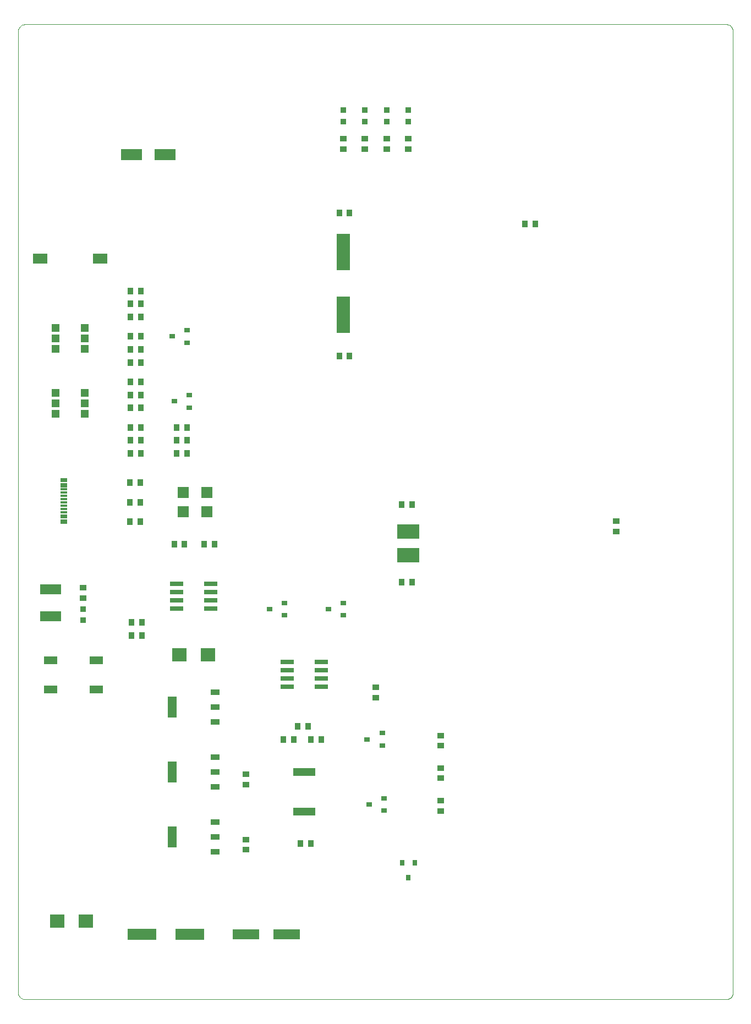
<source format=gbr>
G04 PROTEUS GERBER X2 FILE*
%TF.GenerationSoftware,Labcenter,Proteus,8.15-SP0-Build33980*%
%TF.CreationDate,2023-03-15T16:04:22+00:00*%
%TF.FileFunction,Paste,Top*%
%TF.FilePolarity,Positive*%
%TF.Part,Single*%
%TF.SameCoordinates,{4545a914-5e6f-4f91-a9de-dead5439e7db}*%
%FSLAX45Y45*%
%MOMM*%
G01*
%TA.AperFunction,Material*%
%ADD98R,1.140000X0.300000*%
%TA.AperFunction,Material*%
%ADD99R,1.300000X1.300000*%
%TA.AperFunction,Material*%
%ADD100R,2.000000X1.300000*%
%TA.AperFunction,Material*%
%ADD101R,0.889000X0.889000*%
%ADD102R,3.200000X1.500000*%
%ADD103R,2.032000X5.588000*%
%AMPPAD094*
4,1,36,
0.653610,0.409310,
0.649600,0.422550,
0.643230,0.434450,
0.634760,0.444760,
0.624450,0.453230,
0.612550,0.459600,
0.599310,0.463610,
0.585000,0.465000,
-0.585000,0.465000,
-0.599310,0.463610,
-0.612550,0.459600,
-0.624450,0.453230,
-0.634760,0.444760,
-0.643230,0.434450,
-0.649600,0.422550,
-0.653610,0.409310,
-0.655000,0.395000,
-0.655000,-0.395000,
-0.653610,-0.409310,
-0.649600,-0.422550,
-0.643230,-0.434450,
-0.634760,-0.444760,
-0.624450,-0.453230,
-0.612550,-0.459600,
-0.599310,-0.463610,
-0.585000,-0.465000,
0.585000,-0.465000,
0.599310,-0.463610,
0.612550,-0.459600,
0.624450,-0.453230,
0.634760,-0.444760,
0.643230,-0.434450,
0.649600,-0.422550,
0.653610,-0.409310,
0.655000,-0.395000,
0.655000,0.395000,
0.653610,0.409310,
0*%
%TA.AperFunction,Material*%
%ADD104PPAD094*%
%AMPPAD095*
4,1,36,
0.653010,1.540450,
0.647290,1.559360,
0.638190,1.576360,
0.626090,1.591090,
0.611360,1.603190,
0.594360,1.612280,
0.575450,1.618010,
0.555000,1.620000,
-0.555000,1.620000,
-0.575450,1.618010,
-0.594360,1.612280,
-0.611360,1.603190,
-0.626090,1.591090,
-0.638190,1.576360,
-0.647290,1.559360,
-0.653010,1.540450,
-0.655000,1.520000,
-0.655000,-1.520000,
-0.653010,-1.540450,
-0.647290,-1.559360,
-0.638190,-1.576360,
-0.626090,-1.591090,
-0.611360,-1.603190,
-0.594360,-1.612280,
-0.575450,-1.618010,
-0.555000,-1.620000,
0.555000,-1.620000,
0.575450,-1.618010,
0.594360,-1.612280,
0.611360,-1.603190,
0.626090,-1.591090,
0.638190,-1.576360,
0.647290,-1.559360,
0.653010,-1.540450,
0.655000,-1.520000,
0.655000,1.520000,
0.653010,1.540450,
0*%
%ADD105PPAD095*%
%TA.AperFunction,Material*%
%ADD106R,2.180000X1.600000*%
%TA.AperFunction,Material*%
%ADD107R,2.032000X0.635000*%
%TA.AperFunction,Material*%
%ADD108R,2.300000X2.150000*%
%ADD109R,3.400000X2.250000*%
%ADD110R,3.403600X1.244600*%
%ADD111R,0.939800X0.990600*%
%ADD112R,1.651000X1.651000*%
%ADD113R,0.990600X0.939800*%
%ADD114R,4.394200X1.803400*%
%ADD115R,4.140200X1.600200*%
%ADD116R,3.302000X1.651000*%
%TA.AperFunction,Material*%
%ADD117R,0.889000X0.660400*%
%ADD118R,0.660400X0.889000*%
%TA.AperFunction,Profile*%
%ADD47C,0.101600*%
%TD.AperFunction*%
D98*
X-4800000Y+1005000D03*
X-4800000Y+925000D03*
X-4800000Y+795000D03*
X-4800000Y+695000D03*
X-4800000Y+645000D03*
X-4800000Y+545000D03*
X-4800000Y+415000D03*
X-4800000Y+335000D03*
X-4800000Y+365000D03*
X-4800000Y+445000D03*
X-4800000Y+494994D03*
X-4800000Y+595000D03*
X-4800000Y+745000D03*
X-4800000Y+845006D03*
X-4800000Y+895000D03*
X-4800000Y+975000D03*
D99*
X-4925000Y+3330000D03*
X-4925000Y+3170000D03*
X-4925000Y+3010000D03*
X-4475000Y+3010000D03*
X-4475000Y+3170000D03*
X-4475000Y+3330000D03*
X-4925000Y+2330000D03*
X-4925000Y+2170000D03*
X-4925000Y+2010000D03*
X-4475000Y+2010000D03*
X-4475000Y+2170000D03*
X-4475000Y+2330000D03*
D100*
X-5000000Y-1780000D03*
X-4300000Y-1780000D03*
X-5000000Y-2230000D03*
X-4300000Y-2230000D03*
D101*
X-496666Y+6507500D03*
X-496666Y+6680220D03*
X-163333Y+6507500D03*
X-163333Y+6680220D03*
X+170000Y+6507500D03*
X+170000Y+6680220D03*
X+503334Y+6507500D03*
X+503334Y+6680220D03*
D102*
X-5000000Y-690000D03*
X-5000000Y-1110000D03*
D103*
X-500000Y+4500000D03*
X-500000Y+3534800D03*
D104*
X-2466000Y-3729000D03*
X-2466000Y-3500000D03*
X-2466000Y-3271000D03*
D105*
X-3134000Y-3500000D03*
D106*
X-4240006Y+4400000D03*
X-5159994Y+4400000D03*
D104*
X-2466000Y-2729000D03*
X-2466000Y-2500000D03*
X-2466000Y-2271000D03*
D105*
X-3134000Y-2500000D03*
D104*
X-2466000Y-4729000D03*
X-2466000Y-4500000D03*
X-2466000Y-4271000D03*
D105*
X-3134000Y-4500000D03*
D107*
X-3060350Y-609500D03*
X-3060350Y-736500D03*
X-3060350Y-863500D03*
X-3060350Y-990500D03*
X-2539650Y-990500D03*
X-2539650Y-863500D03*
X-2539650Y-736500D03*
X-2539650Y-609500D03*
D108*
X-3020000Y-1700000D03*
X-2580000Y-1700000D03*
X-4460000Y-5800000D03*
X-4900000Y-5800000D03*
D109*
X+500000Y+200000D03*
X+500000Y-170000D03*
D107*
X-1360350Y-1809500D03*
X-1360350Y-1936500D03*
X-1360350Y-2063500D03*
X-1360350Y-2190500D03*
X-839650Y-2190500D03*
X-839650Y-2063500D03*
X-839650Y-1936500D03*
X-839650Y-1809500D03*
D110*
X-1100000Y-3500000D03*
X-1100000Y-4110000D03*
D111*
X-3610000Y+3500000D03*
X-3770000Y+3500000D03*
X-3610000Y+3700000D03*
X-3770000Y+3700000D03*
X-3610000Y+3900000D03*
X-3770000Y+3900000D03*
X-3610000Y+2800000D03*
X-3770000Y+2800000D03*
X-3610000Y+3000000D03*
X-3770000Y+3000000D03*
X-3610000Y+3200000D03*
X-3770000Y+3200000D03*
X-3770000Y+2500000D03*
X-3610000Y+2500000D03*
X-3770000Y+2300000D03*
X-3610000Y+2300000D03*
X-3770000Y+2100000D03*
X-3610000Y+2100000D03*
X-3610000Y+1400000D03*
X-3770000Y+1400000D03*
X-3610000Y+1600000D03*
X-3770000Y+1600000D03*
X-3610000Y+1800000D03*
X-3770000Y+1800000D03*
X+400000Y-585000D03*
X+560000Y-585000D03*
X+400000Y+615000D03*
X+560000Y+615000D03*
X-1000000Y-4600000D03*
X-1160000Y-4600000D03*
X-1260000Y-3000000D03*
X-1420000Y-3000000D03*
D112*
X-2600000Y+500000D03*
X-2960680Y+500000D03*
X-2600000Y+800000D03*
X-2960680Y+800000D03*
D113*
X-4500000Y-830000D03*
X-4500000Y-670000D03*
D101*
X-4500000Y-997280D03*
X-4500000Y-1170000D03*
D114*
X-3600000Y-6000000D03*
X-2860000Y-6000000D03*
D115*
X-2000000Y-6000000D03*
X-1370000Y-6000000D03*
D116*
X-3760000Y+6000000D03*
X-3240000Y+6000000D03*
D117*
X-2870000Y+2105000D03*
X-2870000Y+2295000D03*
X-3100000Y+2200000D03*
X-2900000Y+3105000D03*
X-2900000Y+3295000D03*
X-3130000Y+3200000D03*
D111*
X-2900000Y+1800000D03*
X-3060000Y+1800000D03*
X-2900000Y+1600000D03*
X-3060000Y+1600000D03*
X-2900000Y+1400000D03*
X-3060000Y+1400000D03*
X-1000000Y-3000000D03*
X-840000Y-3000000D03*
D117*
X+130000Y-4095000D03*
X+130000Y-3905000D03*
X-100000Y-4000000D03*
D118*
X+600000Y-4900000D03*
X+410000Y-4900000D03*
X+505000Y-5130000D03*
D117*
X+100000Y-3095000D03*
X+100000Y-2905000D03*
X-130000Y-3000000D03*
X-1400000Y-1090000D03*
X-1400000Y-900000D03*
X-1630000Y-995000D03*
X-500000Y-1090000D03*
X-500000Y-900000D03*
X-730000Y-995000D03*
D111*
X-3100000Y+0D03*
X-2940000Y+0D03*
X-2480000Y+0D03*
X-2640000Y+0D03*
X-3600000Y-1400000D03*
X-3760000Y-1400000D03*
X-3600000Y-1200000D03*
X-3760000Y-1200000D03*
X-400000Y+5100000D03*
X-560000Y+5100000D03*
X-400000Y+2900000D03*
X-560000Y+2900000D03*
X-3620000Y+950000D03*
X-3780000Y+950000D03*
X-3620000Y+650000D03*
X-3780000Y+650000D03*
X-3620000Y+350000D03*
X-3780000Y+350000D03*
D113*
X-2000000Y-4700000D03*
X-2000000Y-4540000D03*
X-2000000Y-3540000D03*
X-2000000Y-3700000D03*
X+3700000Y+200000D03*
X+3700000Y+360000D03*
X+1000000Y-4100000D03*
X+1000000Y-3940000D03*
X+1000000Y-3100000D03*
X+1000000Y-2940000D03*
X+1000000Y-3440000D03*
X+1000000Y-3600000D03*
X+0Y-2200000D03*
X+0Y-2360000D03*
D111*
X-1200000Y-2800000D03*
X-1040000Y-2800000D03*
D113*
X-496666Y+6240000D03*
X-496666Y+6080000D03*
X-163333Y+6240000D03*
X-163333Y+6080000D03*
X+170000Y+6240000D03*
X+170000Y+6080000D03*
X+503334Y+6240000D03*
X+503334Y+6080000D03*
D111*
X+2300000Y+4930000D03*
X+2460000Y+4930000D03*
D47*
X+5500000Y-6900000D02*
X+5498010Y-6920447D01*
X+5492285Y-6939355D01*
X+5471094Y-6971094D01*
X+5439356Y-6992285D01*
X+5420447Y-6998010D01*
X+5400000Y-7000000D01*
X-5500000Y-6900000D02*
X-5498010Y-6920447D01*
X-5492285Y-6939355D01*
X-5471094Y-6971094D01*
X-5439356Y-6992285D01*
X-5420447Y-6998010D01*
X-5400000Y-7000000D01*
X+5400000Y+8000000D02*
X+5420447Y+7998010D01*
X+5439356Y+7992285D01*
X+5471094Y+7971094D01*
X+5492285Y+7939355D01*
X+5498010Y+7920447D01*
X+5500000Y+7900000D01*
X-5400000Y+8000000D02*
X-5420447Y+7998010D01*
X-5439356Y+7992285D01*
X-5471094Y+7971094D01*
X-5492285Y+7939355D01*
X-5498010Y+7920447D01*
X-5500000Y+7900000D01*
X-5400000Y+8000000D02*
X+5400000Y+8000000D01*
X+5500000Y+7900000D02*
X+5500000Y-6900000D01*
X+5400000Y-7000000D02*
X-5400000Y-7000000D01*
X-5500000Y-6900000D02*
X-5500000Y+7900000D01*
M02*

</source>
